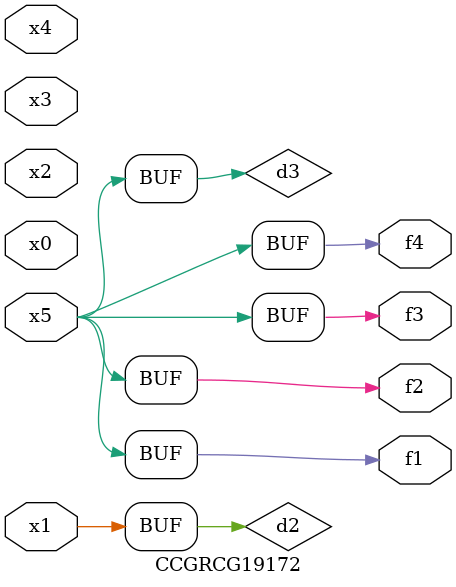
<source format=v>
module CCGRCG19172(
	input x0, x1, x2, x3, x4, x5,
	output f1, f2, f3, f4
);

	wire d1, d2, d3;

	not (d1, x5);
	or (d2, x1);
	xnor (d3, d1);
	assign f1 = d3;
	assign f2 = d3;
	assign f3 = d3;
	assign f4 = d3;
endmodule

</source>
